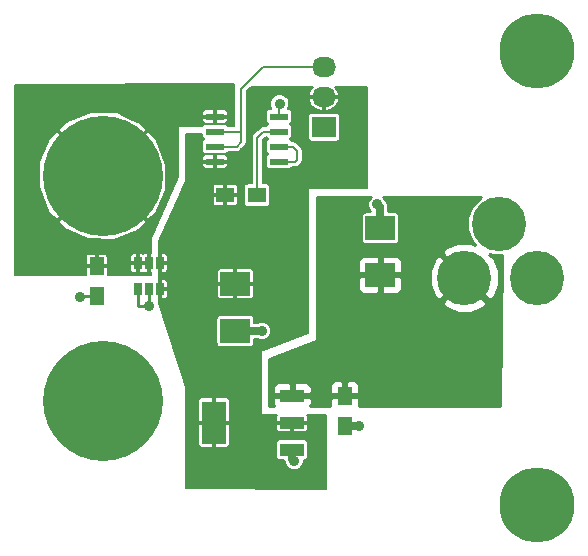
<source format=gtl>
G04 #@! TF.FileFunction,Copper,L1,Top,Signal*
%FSLAX46Y46*%
G04 Gerber Fmt 4.6, Leading zero omitted, Abs format (unit mm)*
G04 Created by KiCad (PCBNEW 4.0.1-stable) date 2/13/2016 6:26:37 PM*
%MOMM*%
G01*
G04 APERTURE LIST*
%ADD10C,0.150000*%
%ADD11R,1.250000X1.500000*%
%ADD12C,4.600000*%
%ADD13R,2.032000X3.657600*%
%ADD14R,2.032000X1.016000*%
%ADD15R,0.650000X1.060000*%
%ADD16C,10.160000*%
%ADD17R,2.500000X2.000000*%
%ADD18R,2.032000X1.727200*%
%ADD19O,2.032000X1.727200*%
%ADD20R,1.550000X0.600000*%
%ADD21R,1.500000X1.300000*%
%ADD22C,6.350000*%
%ADD23C,0.889000*%
%ADD24C,0.635000*%
%ADD25C,0.203200*%
%ADD26C,0.254000*%
G04 APERTURE END LIST*
D10*
D11*
X28750000Y-33250000D03*
X28750000Y-35750000D03*
X7780000Y-22278000D03*
X7780000Y-24778000D03*
D12*
X45000000Y-23250000D03*
X38900000Y-23250000D03*
X41800000Y-18650000D03*
D13*
X17698000Y-35500000D03*
D14*
X24302000Y-35500000D03*
X24302000Y-33214000D03*
X24302000Y-37786000D03*
D15*
X11242000Y-24214000D03*
X12192000Y-24214000D03*
X13142000Y-24214000D03*
X13142000Y-22014000D03*
X11242000Y-22014000D03*
X12192000Y-22014000D03*
D16*
X8255000Y-14605000D03*
X8255000Y-33655000D03*
D17*
X31750000Y-23000000D03*
X31750000Y-19000000D03*
X19500000Y-23750000D03*
X19500000Y-27750000D03*
D18*
X27000000Y-10500000D03*
D19*
X27000000Y-7960000D03*
X27000000Y-5420000D03*
D20*
X23200000Y-13405000D03*
X23200000Y-12135000D03*
X23200000Y-10865000D03*
X23200000Y-9595000D03*
X17800000Y-9595000D03*
X17800000Y-10865000D03*
X17800000Y-12135000D03*
X17800000Y-13405000D03*
D21*
X21350000Y-16250000D03*
X18650000Y-16250000D03*
D22*
X45000000Y-4000000D03*
X45000000Y-42500000D03*
D23*
X31500000Y-17000000D03*
X30000000Y-35750000D03*
X24500000Y-38750000D03*
X21750000Y-27750000D03*
X23250000Y-8500000D03*
X12192000Y-25654000D03*
X6350000Y-24892000D03*
D24*
X31750000Y-19000000D02*
X31750000Y-17250000D01*
X31750000Y-17250000D02*
X31500000Y-17000000D01*
X28750000Y-35750000D02*
X30000000Y-35750000D01*
X24302000Y-37786000D02*
X24302000Y-38552000D01*
X24302000Y-38552000D02*
X24500000Y-38750000D01*
X19500000Y-27750000D02*
X21750000Y-27750000D01*
D25*
X23200000Y-9595000D02*
X23200000Y-8550000D01*
X23200000Y-8550000D02*
X23250000Y-8500000D01*
X24302000Y-37786000D02*
X24302000Y-37802000D01*
D26*
X11242000Y-24214000D02*
X11242000Y-25588000D01*
X12192000Y-25654000D02*
X12192000Y-24214000D01*
X11308000Y-25654000D02*
X12192000Y-25654000D01*
X11242000Y-25588000D02*
X11308000Y-25654000D01*
X7780000Y-24778000D02*
X6464000Y-24778000D01*
X6464000Y-24778000D02*
X6350000Y-24892000D01*
D25*
X24302000Y-33214000D02*
X24214000Y-33214000D01*
X10033000Y-12827000D02*
X8255000Y-14605000D01*
X20000000Y-11000000D02*
X20000000Y-7250000D01*
X21830000Y-5420000D02*
X27000000Y-5420000D01*
X20000000Y-7250000D02*
X21830000Y-5420000D01*
X17800000Y-12135000D02*
X19615000Y-12135000D01*
X19865000Y-10865000D02*
X17800000Y-10865000D01*
X20000000Y-11000000D02*
X19865000Y-10865000D01*
X20000000Y-11750000D02*
X20000000Y-11000000D01*
X19615000Y-12135000D02*
X20000000Y-11750000D01*
X23200000Y-13405000D02*
X24595000Y-13405000D01*
X24385000Y-12135000D02*
X23200000Y-12135000D01*
X24750000Y-12500000D02*
X24385000Y-12135000D01*
X24750000Y-13250000D02*
X24750000Y-12500000D01*
X24595000Y-13405000D02*
X24750000Y-13250000D01*
X21350000Y-14750000D02*
X21350000Y-11400000D01*
X21885000Y-10865000D02*
X23200000Y-10865000D01*
X21350000Y-11400000D02*
X21885000Y-10865000D01*
X21350000Y-16250000D02*
X21350000Y-14750000D01*
G36*
X25937722Y-7220444D02*
X25723967Y-7624935D01*
X25710837Y-7689946D01*
X25759024Y-7871100D01*
X26911100Y-7871100D01*
X26911100Y-7851100D01*
X27088900Y-7851100D01*
X27088900Y-7871100D01*
X28240976Y-7871100D01*
X28289163Y-7689946D01*
X28276033Y-7624935D01*
X28062278Y-7220444D01*
X27918853Y-7101600D01*
X30648400Y-7101600D01*
X30648400Y-15648400D01*
X25750000Y-15648400D01*
X25710472Y-15656405D01*
X25677172Y-15679157D01*
X25655348Y-15713073D01*
X25648400Y-15750000D01*
X25648400Y-27929591D01*
X21714326Y-29404869D01*
X21680125Y-29426243D01*
X21656935Y-29459239D01*
X21648400Y-29500000D01*
X21648400Y-34750000D01*
X21656405Y-34789528D01*
X21679157Y-34822828D01*
X21713073Y-34844652D01*
X21750000Y-34851600D01*
X23014243Y-34851600D01*
X22981200Y-34931372D01*
X22981200Y-35334900D01*
X23057400Y-35411100D01*
X24213100Y-35411100D01*
X24213100Y-35391100D01*
X24390900Y-35391100D01*
X24390900Y-35411100D01*
X25546600Y-35411100D01*
X25622800Y-35334900D01*
X25622800Y-34931372D01*
X25589757Y-34851600D01*
X27148400Y-34851600D01*
X27148400Y-41147534D01*
X15341600Y-41047260D01*
X15341600Y-35665100D01*
X16377200Y-35665100D01*
X16377200Y-37389428D01*
X16423603Y-37501455D01*
X16509344Y-37587197D01*
X16621371Y-37633600D01*
X17532900Y-37633600D01*
X17609100Y-37557400D01*
X17609100Y-35588900D01*
X17786900Y-35588900D01*
X17786900Y-37557400D01*
X17863100Y-37633600D01*
X18774629Y-37633600D01*
X18886656Y-37587197D01*
X18972397Y-37501455D01*
X19018800Y-37389428D01*
X19018800Y-37278000D01*
X22923434Y-37278000D01*
X22923434Y-38294000D01*
X22948230Y-38425777D01*
X23026110Y-38546807D01*
X23144942Y-38628001D01*
X23286000Y-38656566D01*
X23649699Y-38656566D01*
X23680137Y-38809584D01*
X23699822Y-38839044D01*
X23699761Y-38908452D01*
X23821313Y-39202628D01*
X24046188Y-39427896D01*
X24340152Y-39549961D01*
X24658452Y-39550239D01*
X24952628Y-39428687D01*
X25177896Y-39203812D01*
X25299961Y-38909848D01*
X25300182Y-38656566D01*
X25318000Y-38656566D01*
X25449777Y-38631770D01*
X25570807Y-38553890D01*
X25652001Y-38435058D01*
X25680566Y-38294000D01*
X25680566Y-37278000D01*
X25655770Y-37146223D01*
X25577890Y-37025193D01*
X25459058Y-36943999D01*
X25318000Y-36915434D01*
X23286000Y-36915434D01*
X23154223Y-36940230D01*
X23033193Y-37018110D01*
X22951999Y-37136942D01*
X22923434Y-37278000D01*
X19018800Y-37278000D01*
X19018800Y-35665100D01*
X22981200Y-35665100D01*
X22981200Y-36068628D01*
X23027603Y-36180655D01*
X23113344Y-36266397D01*
X23225371Y-36312800D01*
X24136900Y-36312800D01*
X24213100Y-36236600D01*
X24213100Y-35588900D01*
X24390900Y-35588900D01*
X24390900Y-36236600D01*
X24467100Y-36312800D01*
X25378629Y-36312800D01*
X25490656Y-36266397D01*
X25576397Y-36180655D01*
X25622800Y-36068628D01*
X25622800Y-35665100D01*
X25546600Y-35588900D01*
X24390900Y-35588900D01*
X24213100Y-35588900D01*
X23057400Y-35588900D01*
X22981200Y-35665100D01*
X19018800Y-35665100D01*
X18942600Y-35588900D01*
X17786900Y-35588900D01*
X17609100Y-35588900D01*
X16453400Y-35588900D01*
X16377200Y-35665100D01*
X15341600Y-35665100D01*
X15341600Y-33610572D01*
X16377200Y-33610572D01*
X16377200Y-35334900D01*
X16453400Y-35411100D01*
X17609100Y-35411100D01*
X17609100Y-33442600D01*
X17786900Y-33442600D01*
X17786900Y-35411100D01*
X18942600Y-35411100D01*
X19018800Y-35334900D01*
X19018800Y-33610572D01*
X18972397Y-33498545D01*
X18886656Y-33412803D01*
X18774629Y-33366400D01*
X17863100Y-33366400D01*
X17786900Y-33442600D01*
X17609100Y-33442600D01*
X17532900Y-33366400D01*
X16621371Y-33366400D01*
X16509344Y-33412803D01*
X16423603Y-33498545D01*
X16377200Y-33610572D01*
X15341600Y-33610572D01*
X15341600Y-32512000D01*
X15336726Y-32480909D01*
X13494648Y-26750000D01*
X17887434Y-26750000D01*
X17887434Y-28750000D01*
X17912230Y-28881777D01*
X17990110Y-29002807D01*
X18108942Y-29084001D01*
X18250000Y-29112566D01*
X20750000Y-29112566D01*
X20881777Y-29087770D01*
X21002807Y-29009890D01*
X21084001Y-28891058D01*
X21112566Y-28750000D01*
X21112566Y-28423100D01*
X21291400Y-28423100D01*
X21296188Y-28427896D01*
X21590152Y-28549961D01*
X21908452Y-28550239D01*
X22202628Y-28428687D01*
X22427896Y-28203812D01*
X22549961Y-27909848D01*
X22550239Y-27591548D01*
X22428687Y-27297372D01*
X22203812Y-27072104D01*
X21909848Y-26950039D01*
X21591548Y-26949761D01*
X21297372Y-27071313D01*
X21291775Y-27076900D01*
X21112566Y-27076900D01*
X21112566Y-26750000D01*
X21087770Y-26618223D01*
X21009890Y-26497193D01*
X20891058Y-26415999D01*
X20750000Y-26387434D01*
X18250000Y-26387434D01*
X18118223Y-26412230D01*
X17997193Y-26490110D01*
X17915999Y-26608942D01*
X17887434Y-26750000D01*
X13494648Y-26750000D01*
X13055600Y-25384073D01*
X13055600Y-24302900D01*
X13230900Y-24302900D01*
X13230900Y-24972600D01*
X13307100Y-25048800D01*
X13527629Y-25048800D01*
X13639656Y-25002397D01*
X13725397Y-24916655D01*
X13771800Y-24804628D01*
X13771800Y-24379100D01*
X13695600Y-24302900D01*
X13230900Y-24302900D01*
X13055600Y-24302900D01*
X13055600Y-23455400D01*
X13230900Y-23455400D01*
X13230900Y-24125100D01*
X13695600Y-24125100D01*
X13771800Y-24048900D01*
X13771800Y-23915100D01*
X17945200Y-23915100D01*
X17945200Y-24810628D01*
X17991603Y-24922655D01*
X18077344Y-25008397D01*
X18189371Y-25054800D01*
X19334900Y-25054800D01*
X19411100Y-24978600D01*
X19411100Y-23838900D01*
X19588900Y-23838900D01*
X19588900Y-24978600D01*
X19665100Y-25054800D01*
X20810629Y-25054800D01*
X20922656Y-25008397D01*
X21008397Y-24922655D01*
X21054800Y-24810628D01*
X21054800Y-23915100D01*
X20978600Y-23838900D01*
X19588900Y-23838900D01*
X19411100Y-23838900D01*
X18021400Y-23838900D01*
X17945200Y-23915100D01*
X13771800Y-23915100D01*
X13771800Y-23623372D01*
X13725397Y-23511345D01*
X13639656Y-23425603D01*
X13527629Y-23379200D01*
X13307100Y-23379200D01*
X13230900Y-23455400D01*
X13055600Y-23455400D01*
X13055600Y-22102900D01*
X13230900Y-22102900D01*
X13230900Y-22772600D01*
X13307100Y-22848800D01*
X13527629Y-22848800D01*
X13639656Y-22802397D01*
X13725397Y-22716655D01*
X13736697Y-22689372D01*
X17945200Y-22689372D01*
X17945200Y-23584900D01*
X18021400Y-23661100D01*
X19411100Y-23661100D01*
X19411100Y-22521400D01*
X19588900Y-22521400D01*
X19588900Y-23661100D01*
X20978600Y-23661100D01*
X21054800Y-23584900D01*
X21054800Y-22689372D01*
X21008397Y-22577345D01*
X20922656Y-22491603D01*
X20810629Y-22445200D01*
X19665100Y-22445200D01*
X19588900Y-22521400D01*
X19411100Y-22521400D01*
X19334900Y-22445200D01*
X18189371Y-22445200D01*
X18077344Y-22491603D01*
X17991603Y-22577345D01*
X17945200Y-22689372D01*
X13736697Y-22689372D01*
X13771800Y-22604628D01*
X13771800Y-22179100D01*
X13695600Y-22102900D01*
X13230900Y-22102900D01*
X13055600Y-22102900D01*
X13055600Y-21255400D01*
X13230900Y-21255400D01*
X13230900Y-21925100D01*
X13695600Y-21925100D01*
X13771800Y-21848900D01*
X13771800Y-21423372D01*
X13725397Y-21311345D01*
X13639656Y-21225603D01*
X13527629Y-21179200D01*
X13307100Y-21179200D01*
X13230900Y-21255400D01*
X13055600Y-21255400D01*
X13055600Y-20087806D01*
X14708317Y-16415100D01*
X17595200Y-16415100D01*
X17595200Y-16960629D01*
X17641603Y-17072656D01*
X17727345Y-17158397D01*
X17839372Y-17204800D01*
X18484900Y-17204800D01*
X18561100Y-17128600D01*
X18561100Y-16338900D01*
X18738900Y-16338900D01*
X18738900Y-17128600D01*
X18815100Y-17204800D01*
X19460628Y-17204800D01*
X19572655Y-17158397D01*
X19658397Y-17072656D01*
X19704800Y-16960629D01*
X19704800Y-16415100D01*
X19628600Y-16338900D01*
X18738900Y-16338900D01*
X18561100Y-16338900D01*
X17671400Y-16338900D01*
X17595200Y-16415100D01*
X14708317Y-16415100D01*
X15102395Y-15539371D01*
X17595200Y-15539371D01*
X17595200Y-16084900D01*
X17671400Y-16161100D01*
X18561100Y-16161100D01*
X18561100Y-15371400D01*
X18738900Y-15371400D01*
X18738900Y-16161100D01*
X19628600Y-16161100D01*
X19704800Y-16084900D01*
X19704800Y-15600000D01*
X20237434Y-15600000D01*
X20237434Y-16900000D01*
X20262230Y-17031777D01*
X20340110Y-17152807D01*
X20458942Y-17234001D01*
X20600000Y-17262566D01*
X22100000Y-17262566D01*
X22231777Y-17237770D01*
X22352807Y-17159890D01*
X22434001Y-17041058D01*
X22462566Y-16900000D01*
X22462566Y-15600000D01*
X22437770Y-15468223D01*
X22359890Y-15347193D01*
X22241058Y-15265999D01*
X22100000Y-15237434D01*
X21807200Y-15237434D01*
X21807200Y-11589378D01*
X22074378Y-11322200D01*
X22103589Y-11322200D01*
X22165110Y-11417807D01*
X22283942Y-11499001D01*
X22288908Y-11500007D01*
X22172193Y-11575110D01*
X22090999Y-11693942D01*
X22062434Y-11835000D01*
X22062434Y-12435000D01*
X22087230Y-12566777D01*
X22165110Y-12687807D01*
X22283942Y-12769001D01*
X22288908Y-12770007D01*
X22172193Y-12845110D01*
X22090999Y-12963942D01*
X22062434Y-13105000D01*
X22062434Y-13705000D01*
X22087230Y-13836777D01*
X22165110Y-13957807D01*
X22283942Y-14039001D01*
X22425000Y-14067566D01*
X23975000Y-14067566D01*
X24106777Y-14042770D01*
X24227807Y-13964890D01*
X24297972Y-13862200D01*
X24595000Y-13862200D01*
X24769963Y-13827398D01*
X24918289Y-13728289D01*
X25073289Y-13573289D01*
X25172398Y-13424963D01*
X25207200Y-13250000D01*
X25207200Y-12500000D01*
X25172398Y-12325037D01*
X25073289Y-12176711D01*
X24708289Y-11811711D01*
X24559963Y-11712602D01*
X24385000Y-11677800D01*
X24296411Y-11677800D01*
X24234890Y-11582193D01*
X24116058Y-11500999D01*
X24111092Y-11499993D01*
X24227807Y-11424890D01*
X24309001Y-11306058D01*
X24337566Y-11165000D01*
X24337566Y-10565000D01*
X24312770Y-10433223D01*
X24234890Y-10312193D01*
X24116058Y-10230999D01*
X24111092Y-10229993D01*
X24227807Y-10154890D01*
X24309001Y-10036058D01*
X24337566Y-9895000D01*
X24337566Y-9636400D01*
X25621434Y-9636400D01*
X25621434Y-11363600D01*
X25646230Y-11495377D01*
X25724110Y-11616407D01*
X25842942Y-11697601D01*
X25984000Y-11726166D01*
X28016000Y-11726166D01*
X28147777Y-11701370D01*
X28268807Y-11623490D01*
X28350001Y-11504658D01*
X28378566Y-11363600D01*
X28378566Y-9636400D01*
X28353770Y-9504623D01*
X28275890Y-9383593D01*
X28157058Y-9302399D01*
X28016000Y-9273834D01*
X25984000Y-9273834D01*
X25852223Y-9298630D01*
X25731193Y-9376510D01*
X25649999Y-9495342D01*
X25621434Y-9636400D01*
X24337566Y-9636400D01*
X24337566Y-9295000D01*
X24312770Y-9163223D01*
X24234890Y-9042193D01*
X24116058Y-8960999D01*
X23975000Y-8932434D01*
X23936773Y-8932434D01*
X24049961Y-8659848D01*
X24050239Y-8341548D01*
X24004171Y-8230054D01*
X25710837Y-8230054D01*
X25723967Y-8295065D01*
X25937722Y-8699556D01*
X26289998Y-8991456D01*
X26727164Y-9126326D01*
X26911100Y-9054607D01*
X26911100Y-8048900D01*
X27088900Y-8048900D01*
X27088900Y-9054607D01*
X27272836Y-9126326D01*
X27710002Y-8991456D01*
X28062278Y-8699556D01*
X28276033Y-8295065D01*
X28289163Y-8230054D01*
X28240976Y-8048900D01*
X27088900Y-8048900D01*
X26911100Y-8048900D01*
X25759024Y-8048900D01*
X25710837Y-8230054D01*
X24004171Y-8230054D01*
X23928687Y-8047372D01*
X23703812Y-7822104D01*
X23409848Y-7700039D01*
X23091548Y-7699761D01*
X22797372Y-7821313D01*
X22572104Y-8046188D01*
X22450039Y-8340152D01*
X22449761Y-8658452D01*
X22562969Y-8932434D01*
X22425000Y-8932434D01*
X22293223Y-8957230D01*
X22172193Y-9035110D01*
X22090999Y-9153942D01*
X22062434Y-9295000D01*
X22062434Y-9895000D01*
X22087230Y-10026777D01*
X22165110Y-10147807D01*
X22283942Y-10229001D01*
X22288908Y-10230007D01*
X22172193Y-10305110D01*
X22102028Y-10407800D01*
X21885000Y-10407800D01*
X21710037Y-10442602D01*
X21561711Y-10541711D01*
X21026711Y-11076711D01*
X20927602Y-11225037D01*
X20892800Y-11400000D01*
X20892800Y-15237434D01*
X20600000Y-15237434D01*
X20468223Y-15262230D01*
X20347193Y-15340110D01*
X20265999Y-15458942D01*
X20237434Y-15600000D01*
X19704800Y-15600000D01*
X19704800Y-15539371D01*
X19658397Y-15427344D01*
X19572655Y-15341603D01*
X19460628Y-15295200D01*
X18815100Y-15295200D01*
X18738900Y-15371400D01*
X18561100Y-15371400D01*
X18484900Y-15295200D01*
X17839372Y-15295200D01*
X17727345Y-15341603D01*
X17641603Y-15427344D01*
X17595200Y-15539371D01*
X15102395Y-15539371D01*
X15332651Y-15027693D01*
X15341600Y-14986255D01*
X15345152Y-13570100D01*
X16720200Y-13570100D01*
X16720200Y-13765629D01*
X16766603Y-13877656D01*
X16852345Y-13963397D01*
X16964372Y-14009800D01*
X17634900Y-14009800D01*
X17711100Y-13933600D01*
X17711100Y-13493900D01*
X17888900Y-13493900D01*
X17888900Y-13933600D01*
X17965100Y-14009800D01*
X18635628Y-14009800D01*
X18747655Y-13963397D01*
X18833397Y-13877656D01*
X18879800Y-13765629D01*
X18879800Y-13570100D01*
X18803600Y-13493900D01*
X17888900Y-13493900D01*
X17711100Y-13493900D01*
X16796400Y-13493900D01*
X16720200Y-13570100D01*
X15345152Y-13570100D01*
X15346471Y-13044371D01*
X16720200Y-13044371D01*
X16720200Y-13239900D01*
X16796400Y-13316100D01*
X17711100Y-13316100D01*
X17711100Y-12876400D01*
X17888900Y-12876400D01*
X17888900Y-13316100D01*
X18803600Y-13316100D01*
X18879800Y-13239900D01*
X18879800Y-13044371D01*
X18833397Y-12932344D01*
X18747655Y-12846603D01*
X18635628Y-12800200D01*
X17965100Y-12800200D01*
X17888900Y-12876400D01*
X17711100Y-12876400D01*
X17634900Y-12800200D01*
X16964372Y-12800200D01*
X16852345Y-12846603D01*
X16766603Y-12932344D01*
X16720200Y-13044371D01*
X15346471Y-13044371D01*
X15351346Y-11101600D01*
X16662434Y-11101600D01*
X16662434Y-11165000D01*
X16687230Y-11296777D01*
X16765110Y-11417807D01*
X16883942Y-11499001D01*
X16888908Y-11500007D01*
X16772193Y-11575110D01*
X16690999Y-11693942D01*
X16662434Y-11835000D01*
X16662434Y-12435000D01*
X16687230Y-12566777D01*
X16765110Y-12687807D01*
X16883942Y-12769001D01*
X17025000Y-12797566D01*
X18575000Y-12797566D01*
X18706777Y-12772770D01*
X18827807Y-12694890D01*
X18897972Y-12592200D01*
X19615000Y-12592200D01*
X19789963Y-12557398D01*
X19938289Y-12458289D01*
X20323289Y-12073289D01*
X20422398Y-11924963D01*
X20457200Y-11750000D01*
X20457200Y-7439378D01*
X20794978Y-7101600D01*
X26081147Y-7101600D01*
X25937722Y-7220444D01*
X25937722Y-7220444D01*
G37*
X25937722Y-7220444D02*
X25723967Y-7624935D01*
X25710837Y-7689946D01*
X25759024Y-7871100D01*
X26911100Y-7871100D01*
X26911100Y-7851100D01*
X27088900Y-7851100D01*
X27088900Y-7871100D01*
X28240976Y-7871100D01*
X28289163Y-7689946D01*
X28276033Y-7624935D01*
X28062278Y-7220444D01*
X27918853Y-7101600D01*
X30648400Y-7101600D01*
X30648400Y-15648400D01*
X25750000Y-15648400D01*
X25710472Y-15656405D01*
X25677172Y-15679157D01*
X25655348Y-15713073D01*
X25648400Y-15750000D01*
X25648400Y-27929591D01*
X21714326Y-29404869D01*
X21680125Y-29426243D01*
X21656935Y-29459239D01*
X21648400Y-29500000D01*
X21648400Y-34750000D01*
X21656405Y-34789528D01*
X21679157Y-34822828D01*
X21713073Y-34844652D01*
X21750000Y-34851600D01*
X23014243Y-34851600D01*
X22981200Y-34931372D01*
X22981200Y-35334900D01*
X23057400Y-35411100D01*
X24213100Y-35411100D01*
X24213100Y-35391100D01*
X24390900Y-35391100D01*
X24390900Y-35411100D01*
X25546600Y-35411100D01*
X25622800Y-35334900D01*
X25622800Y-34931372D01*
X25589757Y-34851600D01*
X27148400Y-34851600D01*
X27148400Y-41147534D01*
X15341600Y-41047260D01*
X15341600Y-35665100D01*
X16377200Y-35665100D01*
X16377200Y-37389428D01*
X16423603Y-37501455D01*
X16509344Y-37587197D01*
X16621371Y-37633600D01*
X17532900Y-37633600D01*
X17609100Y-37557400D01*
X17609100Y-35588900D01*
X17786900Y-35588900D01*
X17786900Y-37557400D01*
X17863100Y-37633600D01*
X18774629Y-37633600D01*
X18886656Y-37587197D01*
X18972397Y-37501455D01*
X19018800Y-37389428D01*
X19018800Y-37278000D01*
X22923434Y-37278000D01*
X22923434Y-38294000D01*
X22948230Y-38425777D01*
X23026110Y-38546807D01*
X23144942Y-38628001D01*
X23286000Y-38656566D01*
X23649699Y-38656566D01*
X23680137Y-38809584D01*
X23699822Y-38839044D01*
X23699761Y-38908452D01*
X23821313Y-39202628D01*
X24046188Y-39427896D01*
X24340152Y-39549961D01*
X24658452Y-39550239D01*
X24952628Y-39428687D01*
X25177896Y-39203812D01*
X25299961Y-38909848D01*
X25300182Y-38656566D01*
X25318000Y-38656566D01*
X25449777Y-38631770D01*
X25570807Y-38553890D01*
X25652001Y-38435058D01*
X25680566Y-38294000D01*
X25680566Y-37278000D01*
X25655770Y-37146223D01*
X25577890Y-37025193D01*
X25459058Y-36943999D01*
X25318000Y-36915434D01*
X23286000Y-36915434D01*
X23154223Y-36940230D01*
X23033193Y-37018110D01*
X22951999Y-37136942D01*
X22923434Y-37278000D01*
X19018800Y-37278000D01*
X19018800Y-35665100D01*
X22981200Y-35665100D01*
X22981200Y-36068628D01*
X23027603Y-36180655D01*
X23113344Y-36266397D01*
X23225371Y-36312800D01*
X24136900Y-36312800D01*
X24213100Y-36236600D01*
X24213100Y-35588900D01*
X24390900Y-35588900D01*
X24390900Y-36236600D01*
X24467100Y-36312800D01*
X25378629Y-36312800D01*
X25490656Y-36266397D01*
X25576397Y-36180655D01*
X25622800Y-36068628D01*
X25622800Y-35665100D01*
X25546600Y-35588900D01*
X24390900Y-35588900D01*
X24213100Y-35588900D01*
X23057400Y-35588900D01*
X22981200Y-35665100D01*
X19018800Y-35665100D01*
X18942600Y-35588900D01*
X17786900Y-35588900D01*
X17609100Y-35588900D01*
X16453400Y-35588900D01*
X16377200Y-35665100D01*
X15341600Y-35665100D01*
X15341600Y-33610572D01*
X16377200Y-33610572D01*
X16377200Y-35334900D01*
X16453400Y-35411100D01*
X17609100Y-35411100D01*
X17609100Y-33442600D01*
X17786900Y-33442600D01*
X17786900Y-35411100D01*
X18942600Y-35411100D01*
X19018800Y-35334900D01*
X19018800Y-33610572D01*
X18972397Y-33498545D01*
X18886656Y-33412803D01*
X18774629Y-33366400D01*
X17863100Y-33366400D01*
X17786900Y-33442600D01*
X17609100Y-33442600D01*
X17532900Y-33366400D01*
X16621371Y-33366400D01*
X16509344Y-33412803D01*
X16423603Y-33498545D01*
X16377200Y-33610572D01*
X15341600Y-33610572D01*
X15341600Y-32512000D01*
X15336726Y-32480909D01*
X13494648Y-26750000D01*
X17887434Y-26750000D01*
X17887434Y-28750000D01*
X17912230Y-28881777D01*
X17990110Y-29002807D01*
X18108942Y-29084001D01*
X18250000Y-29112566D01*
X20750000Y-29112566D01*
X20881777Y-29087770D01*
X21002807Y-29009890D01*
X21084001Y-28891058D01*
X21112566Y-28750000D01*
X21112566Y-28423100D01*
X21291400Y-28423100D01*
X21296188Y-28427896D01*
X21590152Y-28549961D01*
X21908452Y-28550239D01*
X22202628Y-28428687D01*
X22427896Y-28203812D01*
X22549961Y-27909848D01*
X22550239Y-27591548D01*
X22428687Y-27297372D01*
X22203812Y-27072104D01*
X21909848Y-26950039D01*
X21591548Y-26949761D01*
X21297372Y-27071313D01*
X21291775Y-27076900D01*
X21112566Y-27076900D01*
X21112566Y-26750000D01*
X21087770Y-26618223D01*
X21009890Y-26497193D01*
X20891058Y-26415999D01*
X20750000Y-26387434D01*
X18250000Y-26387434D01*
X18118223Y-26412230D01*
X17997193Y-26490110D01*
X17915999Y-26608942D01*
X17887434Y-26750000D01*
X13494648Y-26750000D01*
X13055600Y-25384073D01*
X13055600Y-24302900D01*
X13230900Y-24302900D01*
X13230900Y-24972600D01*
X13307100Y-25048800D01*
X13527629Y-25048800D01*
X13639656Y-25002397D01*
X13725397Y-24916655D01*
X13771800Y-24804628D01*
X13771800Y-24379100D01*
X13695600Y-24302900D01*
X13230900Y-24302900D01*
X13055600Y-24302900D01*
X13055600Y-23455400D01*
X13230900Y-23455400D01*
X13230900Y-24125100D01*
X13695600Y-24125100D01*
X13771800Y-24048900D01*
X13771800Y-23915100D01*
X17945200Y-23915100D01*
X17945200Y-24810628D01*
X17991603Y-24922655D01*
X18077344Y-25008397D01*
X18189371Y-25054800D01*
X19334900Y-25054800D01*
X19411100Y-24978600D01*
X19411100Y-23838900D01*
X19588900Y-23838900D01*
X19588900Y-24978600D01*
X19665100Y-25054800D01*
X20810629Y-25054800D01*
X20922656Y-25008397D01*
X21008397Y-24922655D01*
X21054800Y-24810628D01*
X21054800Y-23915100D01*
X20978600Y-23838900D01*
X19588900Y-23838900D01*
X19411100Y-23838900D01*
X18021400Y-23838900D01*
X17945200Y-23915100D01*
X13771800Y-23915100D01*
X13771800Y-23623372D01*
X13725397Y-23511345D01*
X13639656Y-23425603D01*
X13527629Y-23379200D01*
X13307100Y-23379200D01*
X13230900Y-23455400D01*
X13055600Y-23455400D01*
X13055600Y-22102900D01*
X13230900Y-22102900D01*
X13230900Y-22772600D01*
X13307100Y-22848800D01*
X13527629Y-22848800D01*
X13639656Y-22802397D01*
X13725397Y-22716655D01*
X13736697Y-22689372D01*
X17945200Y-22689372D01*
X17945200Y-23584900D01*
X18021400Y-23661100D01*
X19411100Y-23661100D01*
X19411100Y-22521400D01*
X19588900Y-22521400D01*
X19588900Y-23661100D01*
X20978600Y-23661100D01*
X21054800Y-23584900D01*
X21054800Y-22689372D01*
X21008397Y-22577345D01*
X20922656Y-22491603D01*
X20810629Y-22445200D01*
X19665100Y-22445200D01*
X19588900Y-22521400D01*
X19411100Y-22521400D01*
X19334900Y-22445200D01*
X18189371Y-22445200D01*
X18077344Y-22491603D01*
X17991603Y-22577345D01*
X17945200Y-22689372D01*
X13736697Y-22689372D01*
X13771800Y-22604628D01*
X13771800Y-22179100D01*
X13695600Y-22102900D01*
X13230900Y-22102900D01*
X13055600Y-22102900D01*
X13055600Y-21255400D01*
X13230900Y-21255400D01*
X13230900Y-21925100D01*
X13695600Y-21925100D01*
X13771800Y-21848900D01*
X13771800Y-21423372D01*
X13725397Y-21311345D01*
X13639656Y-21225603D01*
X13527629Y-21179200D01*
X13307100Y-21179200D01*
X13230900Y-21255400D01*
X13055600Y-21255400D01*
X13055600Y-20087806D01*
X14708317Y-16415100D01*
X17595200Y-16415100D01*
X17595200Y-16960629D01*
X17641603Y-17072656D01*
X17727345Y-17158397D01*
X17839372Y-17204800D01*
X18484900Y-17204800D01*
X18561100Y-17128600D01*
X18561100Y-16338900D01*
X18738900Y-16338900D01*
X18738900Y-17128600D01*
X18815100Y-17204800D01*
X19460628Y-17204800D01*
X19572655Y-17158397D01*
X19658397Y-17072656D01*
X19704800Y-16960629D01*
X19704800Y-16415100D01*
X19628600Y-16338900D01*
X18738900Y-16338900D01*
X18561100Y-16338900D01*
X17671400Y-16338900D01*
X17595200Y-16415100D01*
X14708317Y-16415100D01*
X15102395Y-15539371D01*
X17595200Y-15539371D01*
X17595200Y-16084900D01*
X17671400Y-16161100D01*
X18561100Y-16161100D01*
X18561100Y-15371400D01*
X18738900Y-15371400D01*
X18738900Y-16161100D01*
X19628600Y-16161100D01*
X19704800Y-16084900D01*
X19704800Y-15600000D01*
X20237434Y-15600000D01*
X20237434Y-16900000D01*
X20262230Y-17031777D01*
X20340110Y-17152807D01*
X20458942Y-17234001D01*
X20600000Y-17262566D01*
X22100000Y-17262566D01*
X22231777Y-17237770D01*
X22352807Y-17159890D01*
X22434001Y-17041058D01*
X22462566Y-16900000D01*
X22462566Y-15600000D01*
X22437770Y-15468223D01*
X22359890Y-15347193D01*
X22241058Y-15265999D01*
X22100000Y-15237434D01*
X21807200Y-15237434D01*
X21807200Y-11589378D01*
X22074378Y-11322200D01*
X22103589Y-11322200D01*
X22165110Y-11417807D01*
X22283942Y-11499001D01*
X22288908Y-11500007D01*
X22172193Y-11575110D01*
X22090999Y-11693942D01*
X22062434Y-11835000D01*
X22062434Y-12435000D01*
X22087230Y-12566777D01*
X22165110Y-12687807D01*
X22283942Y-12769001D01*
X22288908Y-12770007D01*
X22172193Y-12845110D01*
X22090999Y-12963942D01*
X22062434Y-13105000D01*
X22062434Y-13705000D01*
X22087230Y-13836777D01*
X22165110Y-13957807D01*
X22283942Y-14039001D01*
X22425000Y-14067566D01*
X23975000Y-14067566D01*
X24106777Y-14042770D01*
X24227807Y-13964890D01*
X24297972Y-13862200D01*
X24595000Y-13862200D01*
X24769963Y-13827398D01*
X24918289Y-13728289D01*
X25073289Y-13573289D01*
X25172398Y-13424963D01*
X25207200Y-13250000D01*
X25207200Y-12500000D01*
X25172398Y-12325037D01*
X25073289Y-12176711D01*
X24708289Y-11811711D01*
X24559963Y-11712602D01*
X24385000Y-11677800D01*
X24296411Y-11677800D01*
X24234890Y-11582193D01*
X24116058Y-11500999D01*
X24111092Y-11499993D01*
X24227807Y-11424890D01*
X24309001Y-11306058D01*
X24337566Y-11165000D01*
X24337566Y-10565000D01*
X24312770Y-10433223D01*
X24234890Y-10312193D01*
X24116058Y-10230999D01*
X24111092Y-10229993D01*
X24227807Y-10154890D01*
X24309001Y-10036058D01*
X24337566Y-9895000D01*
X24337566Y-9636400D01*
X25621434Y-9636400D01*
X25621434Y-11363600D01*
X25646230Y-11495377D01*
X25724110Y-11616407D01*
X25842942Y-11697601D01*
X25984000Y-11726166D01*
X28016000Y-11726166D01*
X28147777Y-11701370D01*
X28268807Y-11623490D01*
X28350001Y-11504658D01*
X28378566Y-11363600D01*
X28378566Y-9636400D01*
X28353770Y-9504623D01*
X28275890Y-9383593D01*
X28157058Y-9302399D01*
X28016000Y-9273834D01*
X25984000Y-9273834D01*
X25852223Y-9298630D01*
X25731193Y-9376510D01*
X25649999Y-9495342D01*
X25621434Y-9636400D01*
X24337566Y-9636400D01*
X24337566Y-9295000D01*
X24312770Y-9163223D01*
X24234890Y-9042193D01*
X24116058Y-8960999D01*
X23975000Y-8932434D01*
X23936773Y-8932434D01*
X24049961Y-8659848D01*
X24050239Y-8341548D01*
X24004171Y-8230054D01*
X25710837Y-8230054D01*
X25723967Y-8295065D01*
X25937722Y-8699556D01*
X26289998Y-8991456D01*
X26727164Y-9126326D01*
X26911100Y-9054607D01*
X26911100Y-8048900D01*
X27088900Y-8048900D01*
X27088900Y-9054607D01*
X27272836Y-9126326D01*
X27710002Y-8991456D01*
X28062278Y-8699556D01*
X28276033Y-8295065D01*
X28289163Y-8230054D01*
X28240976Y-8048900D01*
X27088900Y-8048900D01*
X26911100Y-8048900D01*
X25759024Y-8048900D01*
X25710837Y-8230054D01*
X24004171Y-8230054D01*
X23928687Y-8047372D01*
X23703812Y-7822104D01*
X23409848Y-7700039D01*
X23091548Y-7699761D01*
X22797372Y-7821313D01*
X22572104Y-8046188D01*
X22450039Y-8340152D01*
X22449761Y-8658452D01*
X22562969Y-8932434D01*
X22425000Y-8932434D01*
X22293223Y-8957230D01*
X22172193Y-9035110D01*
X22090999Y-9153942D01*
X22062434Y-9295000D01*
X22062434Y-9895000D01*
X22087230Y-10026777D01*
X22165110Y-10147807D01*
X22283942Y-10229001D01*
X22288908Y-10230007D01*
X22172193Y-10305110D01*
X22102028Y-10407800D01*
X21885000Y-10407800D01*
X21710037Y-10442602D01*
X21561711Y-10541711D01*
X21026711Y-11076711D01*
X20927602Y-11225037D01*
X20892800Y-11400000D01*
X20892800Y-15237434D01*
X20600000Y-15237434D01*
X20468223Y-15262230D01*
X20347193Y-15340110D01*
X20265999Y-15458942D01*
X20237434Y-15600000D01*
X19704800Y-15600000D01*
X19704800Y-15539371D01*
X19658397Y-15427344D01*
X19572655Y-15341603D01*
X19460628Y-15295200D01*
X18815100Y-15295200D01*
X18738900Y-15371400D01*
X18561100Y-15371400D01*
X18484900Y-15295200D01*
X17839372Y-15295200D01*
X17727345Y-15341603D01*
X17641603Y-15427344D01*
X17595200Y-15539371D01*
X15102395Y-15539371D01*
X15332651Y-15027693D01*
X15341600Y-14986255D01*
X15345152Y-13570100D01*
X16720200Y-13570100D01*
X16720200Y-13765629D01*
X16766603Y-13877656D01*
X16852345Y-13963397D01*
X16964372Y-14009800D01*
X17634900Y-14009800D01*
X17711100Y-13933600D01*
X17711100Y-13493900D01*
X17888900Y-13493900D01*
X17888900Y-13933600D01*
X17965100Y-14009800D01*
X18635628Y-14009800D01*
X18747655Y-13963397D01*
X18833397Y-13877656D01*
X18879800Y-13765629D01*
X18879800Y-13570100D01*
X18803600Y-13493900D01*
X17888900Y-13493900D01*
X17711100Y-13493900D01*
X16796400Y-13493900D01*
X16720200Y-13570100D01*
X15345152Y-13570100D01*
X15346471Y-13044371D01*
X16720200Y-13044371D01*
X16720200Y-13239900D01*
X16796400Y-13316100D01*
X17711100Y-13316100D01*
X17711100Y-12876400D01*
X17888900Y-12876400D01*
X17888900Y-13316100D01*
X18803600Y-13316100D01*
X18879800Y-13239900D01*
X18879800Y-13044371D01*
X18833397Y-12932344D01*
X18747655Y-12846603D01*
X18635628Y-12800200D01*
X17965100Y-12800200D01*
X17888900Y-12876400D01*
X17711100Y-12876400D01*
X17634900Y-12800200D01*
X16964372Y-12800200D01*
X16852345Y-12846603D01*
X16766603Y-12932344D01*
X16720200Y-13044371D01*
X15346471Y-13044371D01*
X15351346Y-11101600D01*
X16662434Y-11101600D01*
X16662434Y-11165000D01*
X16687230Y-11296777D01*
X16765110Y-11417807D01*
X16883942Y-11499001D01*
X16888908Y-11500007D01*
X16772193Y-11575110D01*
X16690999Y-11693942D01*
X16662434Y-11835000D01*
X16662434Y-12435000D01*
X16687230Y-12566777D01*
X16765110Y-12687807D01*
X16883942Y-12769001D01*
X17025000Y-12797566D01*
X18575000Y-12797566D01*
X18706777Y-12772770D01*
X18827807Y-12694890D01*
X18897972Y-12592200D01*
X19615000Y-12592200D01*
X19789963Y-12557398D01*
X19938289Y-12458289D01*
X20323289Y-12073289D01*
X20422398Y-11924963D01*
X20457200Y-11750000D01*
X20457200Y-7439378D01*
X20794978Y-7101600D01*
X26081147Y-7101600D01*
X25937722Y-7220444D01*
G36*
X19398400Y-10398400D02*
X18890362Y-10398400D01*
X18834890Y-10312193D01*
X18716058Y-10230999D01*
X18575000Y-10202434D01*
X17025000Y-10202434D01*
X16893223Y-10227230D01*
X16772193Y-10305110D01*
X16708451Y-10398400D01*
X14750000Y-10398400D01*
X14710472Y-10406405D01*
X14677172Y-10429157D01*
X14655348Y-10463073D01*
X14648400Y-10500000D01*
X14648400Y-14728194D01*
X12407349Y-19708307D01*
X12398413Y-19748369D01*
X12375445Y-21179200D01*
X12357100Y-21179200D01*
X12280900Y-21255400D01*
X12280900Y-21925100D01*
X12300900Y-21925100D01*
X12300900Y-22102900D01*
X12280900Y-22102900D01*
X12280900Y-22772600D01*
X12348778Y-22840478D01*
X12346018Y-23012400D01*
X8709800Y-23012400D01*
X8709800Y-22443100D01*
X8633600Y-22366900D01*
X7868900Y-22366900D01*
X7868900Y-22386900D01*
X7691100Y-22386900D01*
X7691100Y-22366900D01*
X6926400Y-22366900D01*
X6850200Y-22443100D01*
X6850200Y-23012400D01*
X863600Y-23012400D01*
X863600Y-21467372D01*
X6850200Y-21467372D01*
X6850200Y-22112900D01*
X6926400Y-22189100D01*
X7691100Y-22189100D01*
X7691100Y-21299400D01*
X7868900Y-21299400D01*
X7868900Y-22189100D01*
X8633600Y-22189100D01*
X8643600Y-22179100D01*
X10612200Y-22179100D01*
X10612200Y-22604628D01*
X10658603Y-22716655D01*
X10744344Y-22802397D01*
X10856371Y-22848800D01*
X11076900Y-22848800D01*
X11153100Y-22772600D01*
X11153100Y-22102900D01*
X11330900Y-22102900D01*
X11330900Y-22772600D01*
X11407100Y-22848800D01*
X11627629Y-22848800D01*
X11717000Y-22811781D01*
X11806371Y-22848800D01*
X12026900Y-22848800D01*
X12103100Y-22772600D01*
X12103100Y-22102900D01*
X11330900Y-22102900D01*
X11153100Y-22102900D01*
X10688400Y-22102900D01*
X10612200Y-22179100D01*
X8643600Y-22179100D01*
X8709800Y-22112900D01*
X8709800Y-21467372D01*
X8691575Y-21423372D01*
X10612200Y-21423372D01*
X10612200Y-21848900D01*
X10688400Y-21925100D01*
X11153100Y-21925100D01*
X11153100Y-21255400D01*
X11330900Y-21255400D01*
X11330900Y-21925100D01*
X12103100Y-21925100D01*
X12103100Y-21255400D01*
X12026900Y-21179200D01*
X11806371Y-21179200D01*
X11717000Y-21216219D01*
X11627629Y-21179200D01*
X11407100Y-21179200D01*
X11330900Y-21255400D01*
X11153100Y-21255400D01*
X11076900Y-21179200D01*
X10856371Y-21179200D01*
X10744344Y-21225603D01*
X10658603Y-21311345D01*
X10612200Y-21423372D01*
X8691575Y-21423372D01*
X8663397Y-21355345D01*
X8577656Y-21269603D01*
X8465629Y-21223200D01*
X7945100Y-21223200D01*
X7868900Y-21299400D01*
X7691100Y-21299400D01*
X7614900Y-21223200D01*
X7094371Y-21223200D01*
X6982344Y-21269603D01*
X6896603Y-21355345D01*
X6850200Y-21467372D01*
X863600Y-21467372D01*
X863600Y-18495688D01*
X4490035Y-18495688D01*
X5100231Y-19098413D01*
X7059928Y-19963650D01*
X9201564Y-20013081D01*
X11199094Y-19239181D01*
X11409769Y-19098413D01*
X12019965Y-18495688D01*
X8255000Y-14730724D01*
X4490035Y-18495688D01*
X863600Y-18495688D01*
X863600Y-15551564D01*
X2846919Y-15551564D01*
X3620819Y-17549094D01*
X3761587Y-17759769D01*
X4364312Y-18369965D01*
X8129276Y-14605000D01*
X8380724Y-14605000D01*
X12145688Y-18369965D01*
X12748413Y-17759769D01*
X13613650Y-15800072D01*
X13663081Y-13658436D01*
X12889181Y-11660906D01*
X12748413Y-11450231D01*
X12145688Y-10840035D01*
X8380724Y-14605000D01*
X8129276Y-14605000D01*
X4364312Y-10840035D01*
X3761587Y-11450231D01*
X2896350Y-13409928D01*
X2846919Y-15551564D01*
X863600Y-15551564D01*
X863600Y-10714312D01*
X4490035Y-10714312D01*
X8255000Y-14479276D01*
X12019965Y-10714312D01*
X11409769Y-10111587D01*
X10613678Y-9760100D01*
X16720200Y-9760100D01*
X16720200Y-9955629D01*
X16766603Y-10067656D01*
X16852345Y-10153397D01*
X16964372Y-10199800D01*
X17634900Y-10199800D01*
X17711100Y-10123600D01*
X17711100Y-9683900D01*
X17888900Y-9683900D01*
X17888900Y-10123600D01*
X17965100Y-10199800D01*
X18635628Y-10199800D01*
X18747655Y-10153397D01*
X18833397Y-10067656D01*
X18879800Y-9955629D01*
X18879800Y-9760100D01*
X18803600Y-9683900D01*
X17888900Y-9683900D01*
X17711100Y-9683900D01*
X16796400Y-9683900D01*
X16720200Y-9760100D01*
X10613678Y-9760100D01*
X9450072Y-9246350D01*
X8931073Y-9234371D01*
X16720200Y-9234371D01*
X16720200Y-9429900D01*
X16796400Y-9506100D01*
X17711100Y-9506100D01*
X17711100Y-9066400D01*
X17888900Y-9066400D01*
X17888900Y-9506100D01*
X18803600Y-9506100D01*
X18879800Y-9429900D01*
X18879800Y-9234371D01*
X18833397Y-9122344D01*
X18747655Y-9036603D01*
X18635628Y-8990200D01*
X17965100Y-8990200D01*
X17888900Y-9066400D01*
X17711100Y-9066400D01*
X17634900Y-8990200D01*
X16964372Y-8990200D01*
X16852345Y-9036603D01*
X16766603Y-9122344D01*
X16720200Y-9234371D01*
X8931073Y-9234371D01*
X7308436Y-9196919D01*
X5310906Y-9970819D01*
X5100231Y-10111587D01*
X4490035Y-10714312D01*
X863600Y-10714312D01*
X863600Y-6959016D01*
X19398400Y-6852187D01*
X19398400Y-10398400D01*
X19398400Y-10398400D01*
G37*
X19398400Y-10398400D02*
X18890362Y-10398400D01*
X18834890Y-10312193D01*
X18716058Y-10230999D01*
X18575000Y-10202434D01*
X17025000Y-10202434D01*
X16893223Y-10227230D01*
X16772193Y-10305110D01*
X16708451Y-10398400D01*
X14750000Y-10398400D01*
X14710472Y-10406405D01*
X14677172Y-10429157D01*
X14655348Y-10463073D01*
X14648400Y-10500000D01*
X14648400Y-14728194D01*
X12407349Y-19708307D01*
X12398413Y-19748369D01*
X12375445Y-21179200D01*
X12357100Y-21179200D01*
X12280900Y-21255400D01*
X12280900Y-21925100D01*
X12300900Y-21925100D01*
X12300900Y-22102900D01*
X12280900Y-22102900D01*
X12280900Y-22772600D01*
X12348778Y-22840478D01*
X12346018Y-23012400D01*
X8709800Y-23012400D01*
X8709800Y-22443100D01*
X8633600Y-22366900D01*
X7868900Y-22366900D01*
X7868900Y-22386900D01*
X7691100Y-22386900D01*
X7691100Y-22366900D01*
X6926400Y-22366900D01*
X6850200Y-22443100D01*
X6850200Y-23012400D01*
X863600Y-23012400D01*
X863600Y-21467372D01*
X6850200Y-21467372D01*
X6850200Y-22112900D01*
X6926400Y-22189100D01*
X7691100Y-22189100D01*
X7691100Y-21299400D01*
X7868900Y-21299400D01*
X7868900Y-22189100D01*
X8633600Y-22189100D01*
X8643600Y-22179100D01*
X10612200Y-22179100D01*
X10612200Y-22604628D01*
X10658603Y-22716655D01*
X10744344Y-22802397D01*
X10856371Y-22848800D01*
X11076900Y-22848800D01*
X11153100Y-22772600D01*
X11153100Y-22102900D01*
X11330900Y-22102900D01*
X11330900Y-22772600D01*
X11407100Y-22848800D01*
X11627629Y-22848800D01*
X11717000Y-22811781D01*
X11806371Y-22848800D01*
X12026900Y-22848800D01*
X12103100Y-22772600D01*
X12103100Y-22102900D01*
X11330900Y-22102900D01*
X11153100Y-22102900D01*
X10688400Y-22102900D01*
X10612200Y-22179100D01*
X8643600Y-22179100D01*
X8709800Y-22112900D01*
X8709800Y-21467372D01*
X8691575Y-21423372D01*
X10612200Y-21423372D01*
X10612200Y-21848900D01*
X10688400Y-21925100D01*
X11153100Y-21925100D01*
X11153100Y-21255400D01*
X11330900Y-21255400D01*
X11330900Y-21925100D01*
X12103100Y-21925100D01*
X12103100Y-21255400D01*
X12026900Y-21179200D01*
X11806371Y-21179200D01*
X11717000Y-21216219D01*
X11627629Y-21179200D01*
X11407100Y-21179200D01*
X11330900Y-21255400D01*
X11153100Y-21255400D01*
X11076900Y-21179200D01*
X10856371Y-21179200D01*
X10744344Y-21225603D01*
X10658603Y-21311345D01*
X10612200Y-21423372D01*
X8691575Y-21423372D01*
X8663397Y-21355345D01*
X8577656Y-21269603D01*
X8465629Y-21223200D01*
X7945100Y-21223200D01*
X7868900Y-21299400D01*
X7691100Y-21299400D01*
X7614900Y-21223200D01*
X7094371Y-21223200D01*
X6982344Y-21269603D01*
X6896603Y-21355345D01*
X6850200Y-21467372D01*
X863600Y-21467372D01*
X863600Y-18495688D01*
X4490035Y-18495688D01*
X5100231Y-19098413D01*
X7059928Y-19963650D01*
X9201564Y-20013081D01*
X11199094Y-19239181D01*
X11409769Y-19098413D01*
X12019965Y-18495688D01*
X8255000Y-14730724D01*
X4490035Y-18495688D01*
X863600Y-18495688D01*
X863600Y-15551564D01*
X2846919Y-15551564D01*
X3620819Y-17549094D01*
X3761587Y-17759769D01*
X4364312Y-18369965D01*
X8129276Y-14605000D01*
X8380724Y-14605000D01*
X12145688Y-18369965D01*
X12748413Y-17759769D01*
X13613650Y-15800072D01*
X13663081Y-13658436D01*
X12889181Y-11660906D01*
X12748413Y-11450231D01*
X12145688Y-10840035D01*
X8380724Y-14605000D01*
X8129276Y-14605000D01*
X4364312Y-10840035D01*
X3761587Y-11450231D01*
X2896350Y-13409928D01*
X2846919Y-15551564D01*
X863600Y-15551564D01*
X863600Y-10714312D01*
X4490035Y-10714312D01*
X8255000Y-14479276D01*
X12019965Y-10714312D01*
X11409769Y-10111587D01*
X10613678Y-9760100D01*
X16720200Y-9760100D01*
X16720200Y-9955629D01*
X16766603Y-10067656D01*
X16852345Y-10153397D01*
X16964372Y-10199800D01*
X17634900Y-10199800D01*
X17711100Y-10123600D01*
X17711100Y-9683900D01*
X17888900Y-9683900D01*
X17888900Y-10123600D01*
X17965100Y-10199800D01*
X18635628Y-10199800D01*
X18747655Y-10153397D01*
X18833397Y-10067656D01*
X18879800Y-9955629D01*
X18879800Y-9760100D01*
X18803600Y-9683900D01*
X17888900Y-9683900D01*
X17711100Y-9683900D01*
X16796400Y-9683900D01*
X16720200Y-9760100D01*
X10613678Y-9760100D01*
X9450072Y-9246350D01*
X8931073Y-9234371D01*
X16720200Y-9234371D01*
X16720200Y-9429900D01*
X16796400Y-9506100D01*
X17711100Y-9506100D01*
X17711100Y-9066400D01*
X17888900Y-9066400D01*
X17888900Y-9506100D01*
X18803600Y-9506100D01*
X18879800Y-9429900D01*
X18879800Y-9234371D01*
X18833397Y-9122344D01*
X18747655Y-9036603D01*
X18635628Y-8990200D01*
X17965100Y-8990200D01*
X17888900Y-9066400D01*
X17711100Y-9066400D01*
X17634900Y-8990200D01*
X16964372Y-8990200D01*
X16852345Y-9036603D01*
X16766603Y-9122344D01*
X16720200Y-9234371D01*
X8931073Y-9234371D01*
X7308436Y-9196919D01*
X5310906Y-9970819D01*
X5100231Y-10111587D01*
X4490035Y-10714312D01*
X863600Y-10714312D01*
X863600Y-6959016D01*
X19398400Y-6852187D01*
X19398400Y-10398400D01*
D26*
G36*
X30800583Y-16531781D02*
X30674643Y-16835077D01*
X30674357Y-17163482D01*
X30799767Y-17466998D01*
X30944053Y-17611536D01*
X30500000Y-17611536D01*
X30358810Y-17638103D01*
X30229135Y-17721546D01*
X30142141Y-17848866D01*
X30111536Y-18000000D01*
X30111536Y-20000000D01*
X30138103Y-20141190D01*
X30221546Y-20270865D01*
X30348866Y-20357859D01*
X30500000Y-20388464D01*
X33000000Y-20388464D01*
X33141190Y-20361897D01*
X33270865Y-20278454D01*
X33357859Y-20151134D01*
X33388464Y-20000000D01*
X33388464Y-18000000D01*
X33361897Y-17858810D01*
X33278454Y-17729135D01*
X33151134Y-17642141D01*
X33000000Y-17611536D01*
X32448500Y-17611536D01*
X32448500Y-17250000D01*
X32395330Y-16982696D01*
X32325607Y-16878348D01*
X32325643Y-16836518D01*
X32200233Y-16533002D01*
X32044503Y-16377000D01*
X40282150Y-16377000D01*
X39528484Y-17129353D01*
X39119466Y-18114377D01*
X39118536Y-19180944D01*
X39525833Y-20166681D01*
X39809234Y-20450577D01*
X39474464Y-20313157D01*
X38306855Y-20316873D01*
X37245383Y-20756549D01*
X36988052Y-21158447D01*
X38900000Y-23070395D01*
X38914143Y-23056253D01*
X39093748Y-23235858D01*
X39079605Y-23250000D01*
X40991553Y-25161948D01*
X41393451Y-24904617D01*
X41836843Y-23824464D01*
X41833127Y-22656855D01*
X41393451Y-21595383D01*
X40991555Y-21338053D01*
X41076915Y-21252693D01*
X41264377Y-21330534D01*
X42052415Y-21331221D01*
X41874751Y-34123000D01*
X30010000Y-34123000D01*
X30010000Y-33535750D01*
X29851250Y-33377000D01*
X28877000Y-33377000D01*
X28877000Y-33397000D01*
X28623000Y-33397000D01*
X28623000Y-33377000D01*
X27648750Y-33377000D01*
X27490000Y-33535750D01*
X27490000Y-34123000D01*
X25815025Y-34123000D01*
X25856327Y-34081698D01*
X25953000Y-33848309D01*
X25953000Y-33499750D01*
X25794250Y-33341000D01*
X24429000Y-33341000D01*
X24429000Y-33361000D01*
X24175000Y-33361000D01*
X24175000Y-33341000D01*
X22809750Y-33341000D01*
X22651000Y-33499750D01*
X22651000Y-33848309D01*
X22747673Y-34081698D01*
X22788975Y-34123000D01*
X22377000Y-34123000D01*
X22377000Y-32579691D01*
X22651000Y-32579691D01*
X22651000Y-32928250D01*
X22809750Y-33087000D01*
X24175000Y-33087000D01*
X24175000Y-32229750D01*
X24429000Y-32229750D01*
X24429000Y-33087000D01*
X25794250Y-33087000D01*
X25953000Y-32928250D01*
X25953000Y-32579691D01*
X25867672Y-32373691D01*
X27490000Y-32373691D01*
X27490000Y-32964250D01*
X27648750Y-33123000D01*
X28623000Y-33123000D01*
X28623000Y-32023750D01*
X28877000Y-32023750D01*
X28877000Y-33123000D01*
X29851250Y-33123000D01*
X30010000Y-32964250D01*
X30010000Y-32373691D01*
X29913327Y-32140302D01*
X29734699Y-31961673D01*
X29501310Y-31865000D01*
X29035750Y-31865000D01*
X28877000Y-32023750D01*
X28623000Y-32023750D01*
X28464250Y-31865000D01*
X27998690Y-31865000D01*
X27765301Y-31961673D01*
X27586673Y-32140302D01*
X27490000Y-32373691D01*
X25867672Y-32373691D01*
X25856327Y-32346302D01*
X25677699Y-32167673D01*
X25444310Y-32071000D01*
X24587750Y-32071000D01*
X24429000Y-32229750D01*
X24175000Y-32229750D01*
X24016250Y-32071000D01*
X23159690Y-32071000D01*
X22926301Y-32167673D01*
X22747673Y-32346302D01*
X22651000Y-32579691D01*
X22377000Y-32579691D01*
X22377000Y-30088011D01*
X26294593Y-28618914D01*
X26337344Y-28592196D01*
X26366332Y-28550951D01*
X26377000Y-28500000D01*
X26377000Y-25341553D01*
X36988052Y-25341553D01*
X37245383Y-25743451D01*
X38325536Y-26186843D01*
X39493145Y-26183127D01*
X40554617Y-25743451D01*
X40811948Y-25341553D01*
X38900000Y-23429605D01*
X36988052Y-25341553D01*
X26377000Y-25341553D01*
X26377000Y-23285750D01*
X29865000Y-23285750D01*
X29865000Y-24126309D01*
X29961673Y-24359698D01*
X30140301Y-24538327D01*
X30373690Y-24635000D01*
X31464250Y-24635000D01*
X31623000Y-24476250D01*
X31623000Y-23127000D01*
X31877000Y-23127000D01*
X31877000Y-24476250D01*
X32035750Y-24635000D01*
X33126310Y-24635000D01*
X33359699Y-24538327D01*
X33538327Y-24359698D01*
X33635000Y-24126309D01*
X33635000Y-23285750D01*
X33476250Y-23127000D01*
X31877000Y-23127000D01*
X31623000Y-23127000D01*
X30023750Y-23127000D01*
X29865000Y-23285750D01*
X26377000Y-23285750D01*
X26377000Y-21873691D01*
X29865000Y-21873691D01*
X29865000Y-22714250D01*
X30023750Y-22873000D01*
X31623000Y-22873000D01*
X31623000Y-21523750D01*
X31877000Y-21523750D01*
X31877000Y-22873000D01*
X33476250Y-22873000D01*
X33635000Y-22714250D01*
X33635000Y-22675536D01*
X35963157Y-22675536D01*
X35966873Y-23843145D01*
X36406549Y-24904617D01*
X36808447Y-25161948D01*
X38720395Y-23250000D01*
X36808447Y-21338052D01*
X36406549Y-21595383D01*
X35963157Y-22675536D01*
X33635000Y-22675536D01*
X33635000Y-21873691D01*
X33538327Y-21640302D01*
X33359699Y-21461673D01*
X33126310Y-21365000D01*
X32035750Y-21365000D01*
X31877000Y-21523750D01*
X31623000Y-21523750D01*
X31464250Y-21365000D01*
X30373690Y-21365000D01*
X30140301Y-21461673D01*
X29961673Y-21640302D01*
X29865000Y-21873691D01*
X26377000Y-21873691D01*
X26377000Y-16377000D01*
X30955634Y-16377000D01*
X30800583Y-16531781D01*
X30800583Y-16531781D01*
G37*
X30800583Y-16531781D02*
X30674643Y-16835077D01*
X30674357Y-17163482D01*
X30799767Y-17466998D01*
X30944053Y-17611536D01*
X30500000Y-17611536D01*
X30358810Y-17638103D01*
X30229135Y-17721546D01*
X30142141Y-17848866D01*
X30111536Y-18000000D01*
X30111536Y-20000000D01*
X30138103Y-20141190D01*
X30221546Y-20270865D01*
X30348866Y-20357859D01*
X30500000Y-20388464D01*
X33000000Y-20388464D01*
X33141190Y-20361897D01*
X33270865Y-20278454D01*
X33357859Y-20151134D01*
X33388464Y-20000000D01*
X33388464Y-18000000D01*
X33361897Y-17858810D01*
X33278454Y-17729135D01*
X33151134Y-17642141D01*
X33000000Y-17611536D01*
X32448500Y-17611536D01*
X32448500Y-17250000D01*
X32395330Y-16982696D01*
X32325607Y-16878348D01*
X32325643Y-16836518D01*
X32200233Y-16533002D01*
X32044503Y-16377000D01*
X40282150Y-16377000D01*
X39528484Y-17129353D01*
X39119466Y-18114377D01*
X39118536Y-19180944D01*
X39525833Y-20166681D01*
X39809234Y-20450577D01*
X39474464Y-20313157D01*
X38306855Y-20316873D01*
X37245383Y-20756549D01*
X36988052Y-21158447D01*
X38900000Y-23070395D01*
X38914143Y-23056253D01*
X39093748Y-23235858D01*
X39079605Y-23250000D01*
X40991553Y-25161948D01*
X41393451Y-24904617D01*
X41836843Y-23824464D01*
X41833127Y-22656855D01*
X41393451Y-21595383D01*
X40991555Y-21338053D01*
X41076915Y-21252693D01*
X41264377Y-21330534D01*
X42052415Y-21331221D01*
X41874751Y-34123000D01*
X30010000Y-34123000D01*
X30010000Y-33535750D01*
X29851250Y-33377000D01*
X28877000Y-33377000D01*
X28877000Y-33397000D01*
X28623000Y-33397000D01*
X28623000Y-33377000D01*
X27648750Y-33377000D01*
X27490000Y-33535750D01*
X27490000Y-34123000D01*
X25815025Y-34123000D01*
X25856327Y-34081698D01*
X25953000Y-33848309D01*
X25953000Y-33499750D01*
X25794250Y-33341000D01*
X24429000Y-33341000D01*
X24429000Y-33361000D01*
X24175000Y-33361000D01*
X24175000Y-33341000D01*
X22809750Y-33341000D01*
X22651000Y-33499750D01*
X22651000Y-33848309D01*
X22747673Y-34081698D01*
X22788975Y-34123000D01*
X22377000Y-34123000D01*
X22377000Y-32579691D01*
X22651000Y-32579691D01*
X22651000Y-32928250D01*
X22809750Y-33087000D01*
X24175000Y-33087000D01*
X24175000Y-32229750D01*
X24429000Y-32229750D01*
X24429000Y-33087000D01*
X25794250Y-33087000D01*
X25953000Y-32928250D01*
X25953000Y-32579691D01*
X25867672Y-32373691D01*
X27490000Y-32373691D01*
X27490000Y-32964250D01*
X27648750Y-33123000D01*
X28623000Y-33123000D01*
X28623000Y-32023750D01*
X28877000Y-32023750D01*
X28877000Y-33123000D01*
X29851250Y-33123000D01*
X30010000Y-32964250D01*
X30010000Y-32373691D01*
X29913327Y-32140302D01*
X29734699Y-31961673D01*
X29501310Y-31865000D01*
X29035750Y-31865000D01*
X28877000Y-32023750D01*
X28623000Y-32023750D01*
X28464250Y-31865000D01*
X27998690Y-31865000D01*
X27765301Y-31961673D01*
X27586673Y-32140302D01*
X27490000Y-32373691D01*
X25867672Y-32373691D01*
X25856327Y-32346302D01*
X25677699Y-32167673D01*
X25444310Y-32071000D01*
X24587750Y-32071000D01*
X24429000Y-32229750D01*
X24175000Y-32229750D01*
X24016250Y-32071000D01*
X23159690Y-32071000D01*
X22926301Y-32167673D01*
X22747673Y-32346302D01*
X22651000Y-32579691D01*
X22377000Y-32579691D01*
X22377000Y-30088011D01*
X26294593Y-28618914D01*
X26337344Y-28592196D01*
X26366332Y-28550951D01*
X26377000Y-28500000D01*
X26377000Y-25341553D01*
X36988052Y-25341553D01*
X37245383Y-25743451D01*
X38325536Y-26186843D01*
X39493145Y-26183127D01*
X40554617Y-25743451D01*
X40811948Y-25341553D01*
X38900000Y-23429605D01*
X36988052Y-25341553D01*
X26377000Y-25341553D01*
X26377000Y-23285750D01*
X29865000Y-23285750D01*
X29865000Y-24126309D01*
X29961673Y-24359698D01*
X30140301Y-24538327D01*
X30373690Y-24635000D01*
X31464250Y-24635000D01*
X31623000Y-24476250D01*
X31623000Y-23127000D01*
X31877000Y-23127000D01*
X31877000Y-24476250D01*
X32035750Y-24635000D01*
X33126310Y-24635000D01*
X33359699Y-24538327D01*
X33538327Y-24359698D01*
X33635000Y-24126309D01*
X33635000Y-23285750D01*
X33476250Y-23127000D01*
X31877000Y-23127000D01*
X31623000Y-23127000D01*
X30023750Y-23127000D01*
X29865000Y-23285750D01*
X26377000Y-23285750D01*
X26377000Y-21873691D01*
X29865000Y-21873691D01*
X29865000Y-22714250D01*
X30023750Y-22873000D01*
X31623000Y-22873000D01*
X31623000Y-21523750D01*
X31877000Y-21523750D01*
X31877000Y-22873000D01*
X33476250Y-22873000D01*
X33635000Y-22714250D01*
X33635000Y-22675536D01*
X35963157Y-22675536D01*
X35966873Y-23843145D01*
X36406549Y-24904617D01*
X36808447Y-25161948D01*
X38720395Y-23250000D01*
X36808447Y-21338052D01*
X36406549Y-21595383D01*
X35963157Y-22675536D01*
X33635000Y-22675536D01*
X33635000Y-21873691D01*
X33538327Y-21640302D01*
X33359699Y-21461673D01*
X33126310Y-21365000D01*
X32035750Y-21365000D01*
X31877000Y-21523750D01*
X31623000Y-21523750D01*
X31464250Y-21365000D01*
X30373690Y-21365000D01*
X30140301Y-21461673D01*
X29961673Y-21640302D01*
X29865000Y-21873691D01*
X26377000Y-21873691D01*
X26377000Y-16377000D01*
X30955634Y-16377000D01*
X30800583Y-16531781D01*
M02*

</source>
